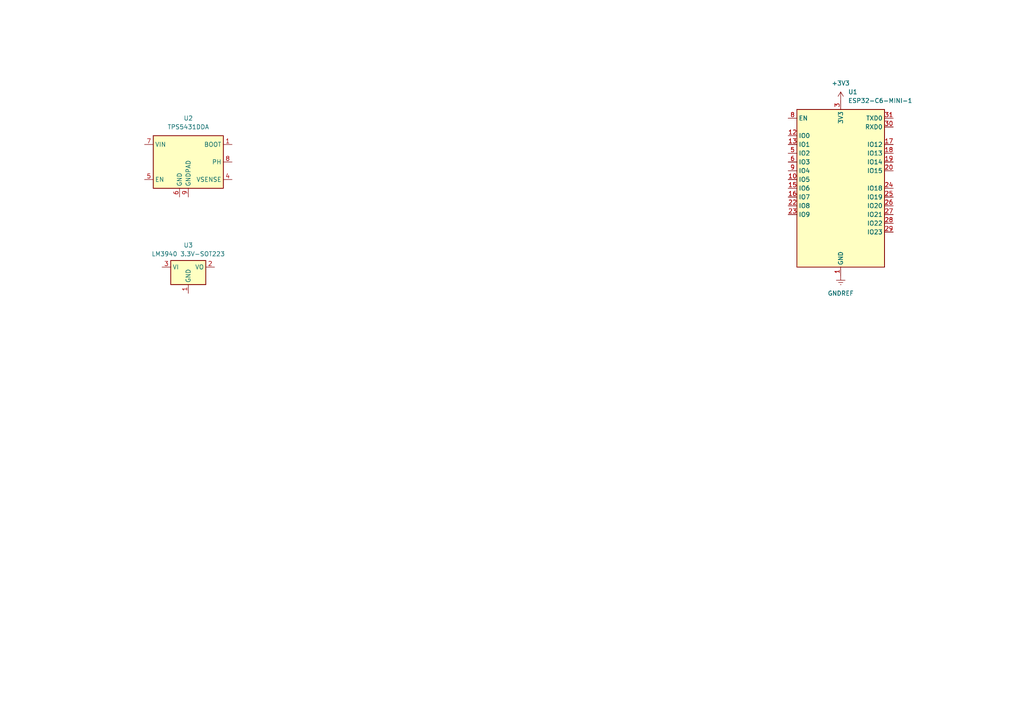
<source format=kicad_sch>
(kicad_sch (version 20250114) (generator "eeschema") (generator_version "9.0")
  (paper "A4")
  (lib_symbols
    (symbol "RF_Module:ESP32-C6-MINI-1"
      (property "Reference" "U" (at -11.43 24.13 0))
      (property "Value" "ESP32-C6-MINI-1" (at 12.7 24.13 0))
      (symbol "ESP32-C6-MINI-1_0_1"
        (rectangle (start -12.7 22.86) (end 12.7 -22.86) (stroke (width 0.254)) (fill (type background)))
      )
      (symbol "ESP32-C6-MINI-1_1_1"
        (pin input line (at -15.24 20.32 0) (length 2.54) (name "EN") (number "8"))
        (pin bidirectional line (at -15.24 15.24 0) (length 2.54) (name "IO0") (number "12"))
        (pin bidirectional line (at -15.24 12.7 0) (length 2.54) (name "IO1") (number "13"))
        (pin bidirectional line (at -15.24 10.16 0) (length 2.54) (name "IO2") (number "5"))
        (pin bidirectional line (at -15.24 7.62 0) (length 2.54) (name "IO3") (number "6"))
        (pin bidirectional line (at -15.24 5.08 0) (length 2.54) (name "IO4") (number "9"))
        (pin bidirectional line (at -15.24 2.54 0) (length 2.54) (name "IO5") (number "10"))
        (pin bidirectional line (at -15.24 0 0) (length 2.54) (name "IO6") (number "15"))
        (pin bidirectional line (at -15.24 -2.54 0) (length 2.54) (name "IO7") (number "16"))
        (pin bidirectional line (at -15.24 -5.08 0) (length 2.54) (name "IO8") (number "22"))
        (pin bidirectional line (at -15.24 -7.62 0) (length 2.54) (name "IO9") (number "23"))
        (pin no_connect line (at -12.7 -12.7 0) (length 2.54) (hide yes) (name "NC") (number "32"))
        (pin no_connect line (at -12.7 -15.24 0) (length 2.54) (hide yes) (name "NC") (number "33"))
        (pin no_connect line (at -12.7 -17.78 0) (length 2.54) (hide yes) (name "NC") (number "34"))
        (pin no_connect line (at -12.7 -20.32 0) (length 2.54) (hide yes) (name "NC") (number "35"))
        (pin power_in line (at 0 25.4 270) (length 2.54) (name "3V3") (number "3"))
        (pin power_in line (at 0 -25.4 90) (length 2.54) (name "GND") (number "1"))
        (pin passive line (at 0 -25.4 90) (length 2.54) (hide yes) (name "GND") (number "11"))
        (pin passive line (at 0 -25.4 90) (length 2.54) (hide yes) (name "GND") (number "14"))
        (pin passive line (at 0 -25.4 90) (length 2.54) (hide yes) (name "GND") (number "2"))
        (pin passive line (at 0 -25.4 90) (length 2.54) (hide yes) (name "GND") (number "36"))
        (pin passive line (at 0 -25.4 90) (length 2.54) (hide yes) (name "GND") (number "37"))
        (pin passive line (at 0 -25.4 90) (length 2.54) (hide yes) (name "GND") (number "38"))
        (pin passive line (at 0 -25.4 90) (length 2.54) (hide yes) (name "GND") (number "39"))
        (pin passive line (at 0 -25.4 90) (length 2.54) (hide yes) (name "GND") (number "40"))
        (pin passive line (at 0 -25.4 90) (length 2.54) (hide yes) (name "GND") (number "41"))
        (pin passive line (at 0 -25.4 90) (length 2.54) (hide yes) (name "GND") (number "42"))
        (pin passive line (at 0 -25.4 90) (length 2.54) (hide yes) (name "GND") (number "43"))
        (pin passive line (at 0 -25.4 90) (length 2.54) (hide yes) (name "GND") (number "44"))
        (pin passive line (at 0 -25.4 90) (length 2.54) (hide yes) (name "GND") (number "45"))
        (pin passive line (at 0 -25.4 90) (length 2.54) (hide yes) (name "GND") (number "46"))
        (pin passive line (at 0 -25.4 90) (length 2.54) (hide yes) (name "GND") (number "47"))
        (pin passive line (at 0 -25.4 90) (length 2.54) (hide yes) (name "GND") (number "48"))
        (pin passive line (at 0 -25.4 90) (length 2.54) (hide yes) (name "GND") (number "49"))
        (pin passive line (at 0 -25.4 90) (length 2.54) (hide yes) (name "GND") (number "50"))
        (pin passive line (at 0 -25.4 90) (length 2.54) (hide yes) (name "GND") (number "51"))
        (pin passive line (at 0 -25.4 90) (length 2.54) (hide yes) (name "GND") (number "52"))
        (pin passive line (at 0 -25.4 90) (length 2.54) (hide yes) (name "GND") (number "53"))
        (pin no_connect line (at 12.7 -15.24 180) (length 2.54) (hide yes) (name "NC") (number "4"))
        (pin no_connect line (at 12.7 -17.78 180) (length 2.54) (hide yes) (name "NC") (number "7"))
        (pin no_connect line (at 12.7 -20.32 180) (length 2.54) (hide yes) (name "NC") (number "21"))
        (pin bidirectional line (at 15.24 20.32 180) (length 2.54) (name "TXD0") (number "31"))
        (pin bidirectional line (at 15.24 17.78 180) (length 2.54) (name "RXD0") (number "30"))
        (pin bidirectional line (at 15.24 12.7 180) (length 2.54) (name "IO12") (number "17"))
        (pin bidirectional line (at 15.24 10.16 180) (length 2.54) (name "IO13") (number "18"))
        (pin bidirectional line (at 15.24 7.62 180) (length 2.54) (name "IO14") (number "19"))
        (pin bidirectional line (at 15.24 5.08 180) (length 2.54) (name "IO15") (number "20"))
        (pin bidirectional line (at 15.24 0 180) (length 2.54) (name "IO18") (number "24"))
        (pin bidirectional line (at 15.24 -2.54 180) (length 2.54) (name "IO19") (number "25"))
        (pin bidirectional line (at 15.24 -5.08 180) (length 2.54) (name "IO20") (number "26"))
        (pin bidirectional line (at 15.24 -7.62 180) (length 2.54) (name "IO21") (number "27"))
        (pin bidirectional line (at 15.24 -10.16 180) (length 2.54) (name "IO22") (number "28"))
        (pin bidirectional line (at 15.24 -12.7 180) (length 2.54) (name "IO23") (number "29"))
      )
    )
    (symbol "Regulator_Linear:NCP1117-3.3_SOT223"
      (property "Reference" "U" (at -3.81 3.175 0))
      (property "Value" "NCP1117-3.3_SOT223" (at 0 3.175 0))
      (symbol "NCP1117-3.3_SOT223_0_1"
        (rectangle (start -5.08 -5.08) (end 5.08 1.905) (stroke (width 0.254)) (fill (type background)))
      )
      (symbol "NCP1117-3.3_SOT223_1_1"
        (pin power_in line (at -7.62 0 0) (length 2.54) (name "VI") (number "3"))
        (pin power_in line (at 0 -7.62 90) (length 2.54) (name "GND") (number "1"))
        (pin power_out line (at 7.62 0 180) (length 2.54) (name "VO") (number "2"))
      )
    )
    (symbol "Regulator_Switching:TPS5431DDA"
      (property "Reference" "U" (at -10.16 8.89 0))
      (property "Value" "TPS5431DDA" (at -1.27 8.89 0))
      (symbol "TPS5431DDA_0_1"
        (rectangle (start -10.16 7.62) (end 10.16 -7.62) (stroke (width 0.254)) (fill (type background)))
      )
      (symbol "TPS5431DDA_1_1"
        (pin power_in line (at -12.7 5.08 0) (length 2.54) (name "VIN") (number "7"))
        (pin input line (at -12.7 -5.08 0) (length 2.54) (name "EN") (number "5"))
        (pin no_connect line (at -10.16 2.54 0) (length 2.54) (hide yes) (name "NC") (number "2"))
        (pin no_connect line (at -10.16 -2.54 0) (length 2.54) (hide yes) (name "NC") (number "3"))
        (pin power_in line (at -2.54 -10.16 90) (length 2.54) (name "GND") (number "6"))
        (pin power_in line (at 0 -10.16 90) (length 2.54) (name "GNDPAD") (number "9"))
        (pin input line (at 12.7 5.08 180) (length 2.54) (name "BOOT") (number "1"))
        (pin output line (at 12.7 0 180) (length 2.54) (name "PH") (number "8"))
        (pin input line (at 12.7 -5.08 180) (length 2.54) (name "VSENSE") (number "4"))
      )
    )
    (symbol "power:+3V3" (power) (pin_numbers (hide yes)) (pin_names (offset 0) (hide yes))
      (property "Value" "+3V3" (at 0 3.556 0))
      (symbol "+3V3_0_1"
        (polyline (pts (xy -0.762 1.27) (xy 0 2.54)))
        (polyline (pts (xy 0 2.54) (xy 0.762 1.27)))
        (polyline (pts (xy 0 0) (xy 0 2.54)))
      )
      (symbol "+3V3_1_1"
        (pin power_in line (at 0 0 90) (length 0) (name "~") (number "1"))
      )
    )
    (symbol "power:GNDREF" (power) (pin_numbers (hide yes)) (pin_names (offset 0) (hide yes))
      (property "Value" "GNDREF" (at 0 -3.81 0))
      (symbol "GNDREF_0_1"
        (polyline (pts (xy -0.635 -1.905) (xy 0.635 -1.905)))
        (polyline (pts (xy -0.127 -2.54) (xy 0.127 -2.54)))
        (polyline (pts (xy 0 -1.27) (xy 0 0)))
        (polyline (pts (xy 1.27 -1.27) (xy -1.27 -1.27)))
      )
      (symbol "GNDREF_1_1"
        (pin power_in line (at 0 0 270) (length 0) (name "~") (number "1"))
      )
    )
  )
  (symbol (lib_id "RF_Module:ESP32-C6-MINI-1") (at 243.84 54.61 0) (unit 1)
    (property "Reference" "U1" (at 245.9833 26.67 0) (effects (justify left)))
    (property "Value" "ESP32-C6-MINI-1" (at 245.9833 29.21 0) (effects (justify left)))
    (property "Footprint" "RF_Module:ESP32-C6-MINI-1" (effects (hide yes)))
    (property "Datasheet" "https://www.espressif.com/sites/default/files/documentation/esp32-c6-mini-1_mini-1u_datasheet_en.pdf" (effects (hide yes)))
    (property "Description" "RF Module, ESP32-C6 SoC, Wi-Fi 802.11b/g/n/ax, Bluetooth, BLE, Zigbee, Thread, 32-bit, 3.3V, SMD, onboard antenna" (effects (hide yes)))
  )
  (symbol (lib_id "Regulator_Switching:TPS5431DDA") (at 54.61 46.99 0) (unit 1)
    (property "Reference" "U2" (at 54.61 34.29 0))
    (property "Value" "TPS5431DDA" (at 54.61 36.83 0))
    (property "Footprint" "Package_SO:TI_SO-PowerPAD-8_ThermalVias" (effects (hide yes)))
    (property "Datasheet" "http://www.ti.com/lit/ds/symlink/tps5430.pdf" (effects (hide yes)))
    (property "Description" "3A, Step Down Swift Converter, Adjustable Output Voltage, 5.5-23V Input Voltage, PowerSO-8" (effects (hide yes)))
  )
  (symbol (lib_id "power:+3V3") (at 243.84 29.21 0) (unit 1)
    (property "Reference" "#PWR02" (effects (hide yes)))
    (property "Value" "+3V3" (at 243.84 24.13 0))
    (property "Description" "Power symbol creates a global label with name \"+3V3\"" (effects (hide yes)))
  )
  (symbol (lib_id "Regulator_Linear:NCP1117-3.3_SOT223") (at 54.61 77.47 0) (unit 1)
    (property "Reference" "U3" (at 54.61 71.12 0))
    (property "Value" "LM3940 3.3V-SOT223" (at 54.61 73.66 0))
    (property "Footprint" "Package_TO_SOT_SMD:SOT-223-3_TabPin2" (effects (hide yes)))
    (property "Datasheet" "https://www.ti.com/lit/ds/symlink/lm3940.pdf?ts=1758164229406" (effects (hide yes)))
    (property "Description" "1A Low drop-out regulator, Fixed Output 3.3V, SOT-223" (effects (hide yes)))
  )
  (symbol (lib_id "power:GNDREF") (at 243.84 80.01 0) (unit 1)
    (property "Reference" "#PWR01" (effects (hide yes)))
    (property "Value" "GNDREF" (at 243.84 85.09 0))
    (property "Description" "Power symbol creates a global label with name \"GNDREF\" , reference supply ground" (effects (hide yes)))
  )
)
</source>
